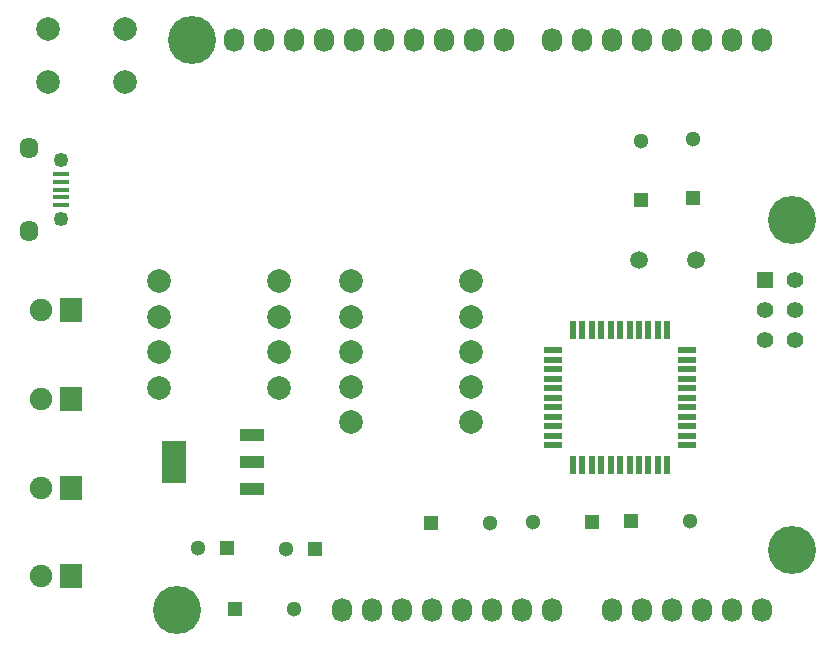
<source format=gbr>
G04 #@! TF.FileFunction,Soldermask,Top*
%FSLAX46Y46*%
G04 Gerber Fmt 4.6, Leading zero omitted, Abs format (unit mm)*
G04 Created by KiCad (PCBNEW 4.0.4+dfsg1-stable) date Fri Dec 23 16:09:11 2016*
%MOMM*%
%LPD*%
G01*
G04 APERTURE LIST*
%ADD10C,0.100000*%
%ADD11C,1.501140*%
%ADD12O,1.727200X2.032000*%
%ADD13C,4.064000*%
%ADD14R,1.300000X1.300000*%
%ADD15C,1.300000*%
%ADD16R,1.350000X0.400000*%
%ADD17O,1.250000X1.250000*%
%ADD18O,1.550000X1.800000*%
%ADD19R,1.397000X1.397000*%
%ADD20C,1.397000*%
%ADD21R,1.900000X2.000000*%
%ADD22C,1.900000*%
%ADD23C,2.000000*%
%ADD24R,1.500000X0.550000*%
%ADD25R,0.550000X1.500000*%
%ADD26C,1.998980*%
%ADD27R,2.032000X3.657600*%
%ADD28R,2.032000X1.016000*%
G04 APERTURE END LIST*
D10*
D11*
X164082060Y-94265000D03*
X168963940Y-94265000D03*
D12*
X138938000Y-123825000D03*
X141478000Y-123825000D03*
X144018000Y-123825000D03*
X146558000Y-123825000D03*
X149098000Y-123825000D03*
X151638000Y-123825000D03*
X154178000Y-123825000D03*
X156718000Y-123825000D03*
X161798000Y-123825000D03*
X164338000Y-123825000D03*
X166878000Y-123825000D03*
X169418000Y-123825000D03*
X171958000Y-123825000D03*
X174498000Y-123825000D03*
X129794000Y-75565000D03*
X132334000Y-75565000D03*
X134874000Y-75565000D03*
X137414000Y-75565000D03*
X139954000Y-75565000D03*
X142494000Y-75565000D03*
X145034000Y-75565000D03*
X147574000Y-75565000D03*
X150114000Y-75565000D03*
X152654000Y-75565000D03*
X156718000Y-75565000D03*
X159258000Y-75565000D03*
X161798000Y-75565000D03*
X164338000Y-75565000D03*
X166878000Y-75565000D03*
X169418000Y-75565000D03*
X171958000Y-75565000D03*
X174498000Y-75565000D03*
D13*
X124968000Y-123825000D03*
X177038000Y-118745000D03*
X126238000Y-75565000D03*
X177038000Y-90805000D03*
D14*
X164298000Y-89140000D03*
D15*
X164298000Y-84140000D03*
D14*
X168698000Y-89015000D03*
D15*
X168698000Y-84015000D03*
D14*
X136698000Y-118690000D03*
D15*
X134198000Y-118690000D03*
D14*
X160098000Y-116390000D03*
D15*
X155098000Y-116390000D03*
D14*
X129873000Y-123790000D03*
D15*
X134873000Y-123790000D03*
D14*
X163448000Y-116290000D03*
D15*
X168448000Y-116290000D03*
D16*
X115160540Y-86964100D03*
X115160540Y-87614100D03*
X115160540Y-88264100D03*
X115160540Y-88914100D03*
X115160540Y-89564100D03*
D17*
X115160540Y-85764100D03*
X115160540Y-90764100D03*
D18*
X112460540Y-84764100D03*
X112460540Y-91764100D03*
D19*
X174728000Y-95925000D03*
D20*
X177268000Y-95925000D03*
X174728000Y-98465000D03*
X177268000Y-98465000D03*
X174728000Y-101005000D03*
X177268000Y-101005000D03*
D21*
X116000000Y-98500000D03*
D22*
X113460000Y-98500000D03*
D21*
X116000000Y-106000000D03*
D22*
X113460000Y-106000000D03*
D21*
X116000000Y-113500000D03*
D22*
X113460000Y-113500000D03*
D21*
X116000000Y-121000000D03*
D22*
X113460000Y-121000000D03*
D23*
X114098000Y-79165000D03*
X114098000Y-74665000D03*
X120598000Y-79165000D03*
X120598000Y-74665000D03*
D24*
X168198000Y-109890000D03*
X168198000Y-109090000D03*
X168198000Y-108290000D03*
X168198000Y-107490000D03*
X168198000Y-106690000D03*
X168198000Y-105890000D03*
X168198000Y-105090000D03*
X168198000Y-104290000D03*
X168198000Y-103490000D03*
X168198000Y-102690000D03*
X168198000Y-101890000D03*
D25*
X166498000Y-100190000D03*
X165698000Y-100190000D03*
X164898000Y-100190000D03*
X164098000Y-100190000D03*
X163298000Y-100190000D03*
X162498000Y-100190000D03*
X161698000Y-100190000D03*
X160898000Y-100190000D03*
X160098000Y-100190000D03*
X159298000Y-100190000D03*
X158498000Y-100190000D03*
D24*
X156798000Y-101890000D03*
X156798000Y-102690000D03*
X156798000Y-103490000D03*
X156798000Y-104290000D03*
X156798000Y-105090000D03*
X156798000Y-105890000D03*
X156798000Y-106690000D03*
X156798000Y-107490000D03*
X156798000Y-108290000D03*
X156798000Y-109090000D03*
X156798000Y-109890000D03*
D25*
X158498000Y-111590000D03*
X159298000Y-111590000D03*
X160098000Y-111590000D03*
X160898000Y-111590000D03*
X161698000Y-111590000D03*
X162498000Y-111590000D03*
X163298000Y-111590000D03*
X164098000Y-111590000D03*
X164898000Y-111590000D03*
X165698000Y-111590000D03*
X166498000Y-111590000D03*
D26*
X123423000Y-95990000D03*
X133583000Y-95990000D03*
X133598000Y-99015000D03*
X123438000Y-99015000D03*
X133598000Y-102015000D03*
X123438000Y-102015000D03*
X123423000Y-105040000D03*
X133583000Y-105040000D03*
X139748000Y-107965000D03*
X149908000Y-107965000D03*
X139748000Y-104965000D03*
X149908000Y-104965000D03*
X139748000Y-101990000D03*
X149908000Y-101990000D03*
X139748000Y-99015000D03*
X149908000Y-99015000D03*
X139748000Y-95990000D03*
X149908000Y-95990000D03*
D14*
X129223000Y-118640000D03*
D15*
X126723000Y-118640000D03*
D14*
X146523000Y-116465000D03*
D15*
X151523000Y-116465000D03*
D27*
X124771000Y-111315000D03*
D28*
X131375000Y-111315000D03*
X131375000Y-109029000D03*
X131375000Y-113601000D03*
M02*

</source>
